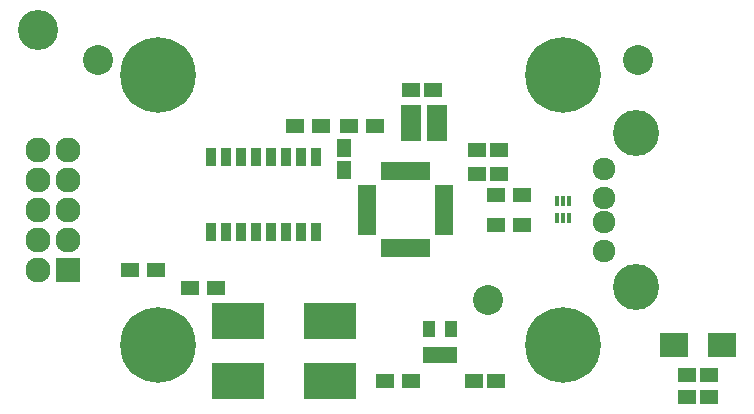
<source format=gbr>
G04 #@! TF.FileFunction,Soldermask,Top*
%FSLAX46Y46*%
G04 Gerber Fmt 4.6, Leading zero omitted, Abs format (unit mm)*
G04 Created by KiCad (PCBNEW 4.0.5+dfsg1-4) date Fri Dec 28 13:07:42 2018*
%MOMM*%
%LPD*%
G01*
G04 APERTURE LIST*
%ADD10C,0.100000*%
%ADD11R,4.400500X3.100020*%
%ADD12R,1.800000X1.600000*%
%ADD13R,1.600000X1.150000*%
%ADD14R,2.400000X2.100000*%
%ADD15R,2.127200X2.127200*%
%ADD16O,2.127200X2.127200*%
%ADD17C,1.924000*%
%ADD18C,3.900000*%
%ADD19R,1.600000X1.300000*%
%ADD20R,0.400000X0.950000*%
%ADD21C,6.400000*%
%ADD22R,0.908000X1.543000*%
%ADD23R,1.600000X0.680000*%
%ADD24R,0.680000X1.600000*%
%ADD25C,3.400000*%
%ADD26R,1.150000X1.600000*%
%ADD27R,1.050000X1.460000*%
%ADD28C,2.540000*%
G04 APERTURE END LIST*
D10*
D11*
X149019260Y-116078000D03*
X156796740Y-116078000D03*
X149019260Y-110998000D03*
X156796740Y-110998000D03*
D12*
X163650000Y-95050000D03*
X165850000Y-95050000D03*
X165850000Y-93450000D03*
X163650000Y-93450000D03*
D13*
X169230000Y-96520000D03*
X171130000Y-96520000D03*
X169230000Y-98552000D03*
X171130000Y-98552000D03*
D14*
X185960000Y-113030000D03*
X189960000Y-113030000D03*
D15*
X134620000Y-106680000D03*
D16*
X132080000Y-106680000D03*
X134620000Y-104140000D03*
X132080000Y-104140000D03*
X134620000Y-101600000D03*
X132080000Y-101600000D03*
X134620000Y-99060000D03*
X132080000Y-99060000D03*
X134620000Y-96520000D03*
X132080000Y-96520000D03*
D17*
X180040000Y-100600000D03*
X180040000Y-102600000D03*
X180040000Y-98100000D03*
X180040000Y-105100000D03*
D18*
X182740000Y-108100000D03*
X182740000Y-95100000D03*
D19*
X161460000Y-116078000D03*
X163660000Y-116078000D03*
X142070000Y-106680000D03*
X139870000Y-106680000D03*
X147150000Y-108204000D03*
X144950000Y-108204000D03*
X158412000Y-94488000D03*
X160612000Y-94488000D03*
X156040000Y-94488000D03*
X153840000Y-94488000D03*
D20*
X176030000Y-100875000D03*
X176530000Y-100875000D03*
X177030000Y-100875000D03*
X177030000Y-102325000D03*
X176530000Y-102325000D03*
X176030000Y-102325000D03*
D21*
X142240000Y-90170000D03*
X142240000Y-113030000D03*
X176530000Y-113030000D03*
X176530000Y-90170000D03*
D13*
X188910000Y-117475000D03*
X187010000Y-117475000D03*
X188910000Y-115570000D03*
X187010000Y-115570000D03*
D22*
X155575000Y-103505000D03*
X153035000Y-103505000D03*
X151765000Y-103505000D03*
X150495000Y-103505000D03*
X149225000Y-103505000D03*
X147955000Y-103505000D03*
X146685000Y-103505000D03*
X146685000Y-97155000D03*
X147955000Y-97155000D03*
X149225000Y-97155000D03*
X150495000Y-97155000D03*
X151765000Y-97155000D03*
X153035000Y-97155000D03*
X154305000Y-97155000D03*
X155575000Y-97155000D03*
X154305000Y-103505000D03*
D23*
X159945000Y-99850000D03*
X159945000Y-100350000D03*
X159945000Y-100850000D03*
X159945000Y-101350000D03*
X159945000Y-101850000D03*
X159945000Y-102350000D03*
X159945000Y-102850000D03*
X159945000Y-103350000D03*
D24*
X161445000Y-104850000D03*
X161945000Y-104850000D03*
X162445000Y-104850000D03*
X162945000Y-104850000D03*
X163445000Y-104850000D03*
X163945000Y-104850000D03*
X164445000Y-104850000D03*
X164945000Y-104850000D03*
D23*
X166445000Y-103350000D03*
X166445000Y-102850000D03*
X166445000Y-102350000D03*
X166445000Y-101850000D03*
X166445000Y-101350000D03*
X166445000Y-100850000D03*
X166445000Y-100350000D03*
X166445000Y-99850000D03*
D24*
X164945000Y-98350000D03*
X164445000Y-98350000D03*
X163945000Y-98350000D03*
X163445000Y-98350000D03*
X162945000Y-98350000D03*
X162445000Y-98350000D03*
X161945000Y-98350000D03*
X161445000Y-98350000D03*
D25*
X132080000Y-86360000D03*
D26*
X157988000Y-98232000D03*
X157988000Y-96332000D03*
D19*
X173058000Y-102870000D03*
X170858000Y-102870000D03*
D13*
X168976000Y-116078000D03*
X170876000Y-116078000D03*
X163642000Y-91440000D03*
X165542000Y-91440000D03*
D19*
X173058000Y-100330000D03*
X170858000Y-100330000D03*
D27*
X165166000Y-113876000D03*
X166116000Y-113876000D03*
X167066000Y-113876000D03*
X167066000Y-111676000D03*
X165166000Y-111676000D03*
D28*
X137160000Y-88900000D03*
X182880000Y-88900000D03*
X170180000Y-109220000D03*
M02*

</source>
